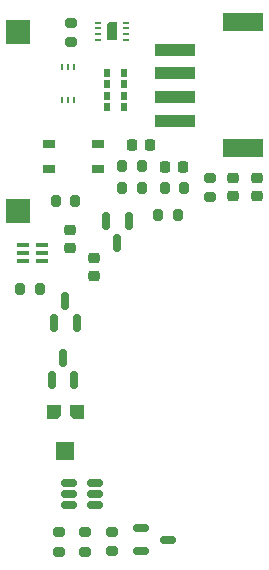
<source format=gtp>
G04 #@! TF.GenerationSoftware,KiCad,Pcbnew,7.0.7*
G04 #@! TF.CreationDate,2024-02-13T08:09:53-05:00*
G04 #@! TF.ProjectId,sensor_node,73656e73-6f72-45f6-9e6f-64652e6b6963,rev?*
G04 #@! TF.SameCoordinates,Original*
G04 #@! TF.FileFunction,Paste,Top*
G04 #@! TF.FilePolarity,Positive*
%FSLAX46Y46*%
G04 Gerber Fmt 4.6, Leading zero omitted, Abs format (unit mm)*
G04 Created by KiCad (PCBNEW 7.0.7) date 2024-02-13 08:09:53*
%MOMM*%
%LPD*%
G01*
G04 APERTURE LIST*
G04 Aperture macros list*
%AMRoundRect*
0 Rectangle with rounded corners*
0 $1 Rounding radius*
0 $2 $3 $4 $5 $6 $7 $8 $9 X,Y pos of 4 corners*
0 Add a 4 corners polygon primitive as box body*
4,1,4,$2,$3,$4,$5,$6,$7,$8,$9,$2,$3,0*
0 Add four circle primitives for the rounded corners*
1,1,$1+$1,$2,$3*
1,1,$1+$1,$4,$5*
1,1,$1+$1,$6,$7*
1,1,$1+$1,$8,$9*
0 Add four rect primitives between the rounded corners*
20,1,$1+$1,$2,$3,$4,$5,0*
20,1,$1+$1,$4,$5,$6,$7,0*
20,1,$1+$1,$6,$7,$8,$9,0*
20,1,$1+$1,$8,$9,$2,$3,0*%
%AMFreePoly0*
4,1,6,0.450000,-0.800000,-0.450000,-0.800000,-0.450000,0.530000,-0.180000,0.800000,0.450000,0.800000,0.450000,-0.800000,0.450000,-0.800000,$1*%
G04 Aperture macros list end*
%ADD10RoundRect,0.150000X0.150000X-0.587500X0.150000X0.587500X-0.150000X0.587500X-0.150000X-0.587500X0*%
%ADD11R,1.600000X1.500000*%
%ADD12RoundRect,0.225000X0.250000X-0.225000X0.250000X0.225000X-0.250000X0.225000X-0.250000X-0.225000X0*%
%ADD13R,0.990000X0.300000*%
%ADD14RoundRect,0.225000X-0.250000X0.225000X-0.250000X-0.225000X0.250000X-0.225000X0.250000X0.225000X0*%
%ADD15RoundRect,0.200000X-0.275000X0.200000X-0.275000X-0.200000X0.275000X-0.200000X0.275000X0.200000X0*%
%ADD16RoundRect,0.150000X-0.512500X-0.150000X0.512500X-0.150000X0.512500X0.150000X-0.512500X0.150000X0*%
%ADD17RoundRect,0.200000X0.275000X-0.200000X0.275000X0.200000X-0.275000X0.200000X-0.275000X-0.200000X0*%
%ADD18RoundRect,0.200000X-0.200000X-0.275000X0.200000X-0.275000X0.200000X0.275000X-0.200000X0.275000X0*%
%ADD19RoundRect,0.200000X0.200000X0.275000X-0.200000X0.275000X-0.200000X-0.275000X0.200000X-0.275000X0*%
%ADD20FreePoly0,0.000000*%
%ADD21R,0.550000X0.250000*%
%ADD22R,0.600000X0.720000*%
%ADD23R,2.000000X2.000000*%
%ADD24RoundRect,0.150000X0.512500X0.150000X-0.512500X0.150000X-0.512500X-0.150000X0.512500X-0.150000X0*%
%ADD25RoundRect,0.150000X-0.150000X0.587500X-0.150000X-0.587500X0.150000X-0.587500X0.150000X0.587500X0*%
%ADD26RoundRect,0.225000X-0.225000X-0.250000X0.225000X-0.250000X0.225000X0.250000X-0.225000X0.250000X0*%
%ADD27R,0.250000X0.550000*%
%ADD28R,1.050000X0.650000*%
%ADD29R,3.500000X1.000000*%
%ADD30R,3.400000X1.500000*%
G04 APERTURE END LIST*
G36*
X140800000Y-95475000D02*
G01*
X139900000Y-95475000D01*
X139600000Y-95175000D01*
X139600000Y-94275000D01*
X140800000Y-94275000D01*
X140800000Y-95475000D01*
G37*
G36*
X138800000Y-95175000D02*
G01*
X138500000Y-95475000D01*
X137600000Y-95475000D01*
X137600000Y-94275000D01*
X138800000Y-94275000D01*
X138800000Y-95175000D01*
G37*
D10*
X138050000Y-92137500D03*
X139950000Y-92137500D03*
X139000000Y-90262500D03*
D11*
X139200000Y-98125000D03*
D12*
X141600000Y-83375000D03*
X141600000Y-81825000D03*
D13*
X137200000Y-82050000D03*
X137200000Y-81400000D03*
X137200000Y-80750000D03*
X135590000Y-80750000D03*
X135590000Y-81400000D03*
X135590000Y-82050000D03*
D14*
X153400000Y-75025000D03*
X153400000Y-76575000D03*
D15*
X138643750Y-105025000D03*
X138643750Y-106675000D03*
D16*
X145600000Y-104700000D03*
X145600000Y-106600000D03*
X147875000Y-105650000D03*
D17*
X143137500Y-106625000D03*
X143137500Y-104975000D03*
D18*
X147075000Y-78200000D03*
X148725000Y-78200000D03*
X144000000Y-75910000D03*
X145650000Y-75910000D03*
D19*
X149250000Y-75910000D03*
X147600000Y-75910000D03*
D20*
X143115000Y-62624500D03*
D21*
X141940000Y-61874500D03*
X141940000Y-62374500D03*
X141940000Y-62874500D03*
X141940000Y-63374500D03*
X144290000Y-63374500D03*
X144290000Y-62874500D03*
X144290000Y-62374500D03*
X144290000Y-61874500D03*
D17*
X151400000Y-76650000D03*
X151400000Y-75000000D03*
D22*
X142715000Y-69040000D03*
X142715000Y-68070000D03*
X142715000Y-67100000D03*
X142715000Y-66130000D03*
X144115000Y-66130000D03*
X144115000Y-67100000D03*
X144115000Y-68070000D03*
X144115000Y-69040000D03*
D23*
X135200000Y-77800000D03*
X135200000Y-62680000D03*
D19*
X137025000Y-84400000D03*
X135375000Y-84400000D03*
D14*
X155400000Y-75000000D03*
X155400000Y-76550000D03*
D24*
X141737500Y-102750000D03*
X141737500Y-101800000D03*
X141737500Y-100850000D03*
X139462500Y-100850000D03*
X139462500Y-101800000D03*
X139462500Y-102750000D03*
D14*
X139600000Y-79450000D03*
X139600000Y-81000000D03*
D15*
X139690000Y-61895000D03*
X139690000Y-63545000D03*
D17*
X140843750Y-106675000D03*
X140843750Y-105025000D03*
D25*
X144550000Y-78662500D03*
X142650000Y-78662500D03*
X143600000Y-80537500D03*
D26*
X146350000Y-72200000D03*
X144800000Y-72200000D03*
D19*
X140025000Y-77000000D03*
X138375000Y-77000000D03*
D27*
X139900000Y-65650000D03*
X139400000Y-65650000D03*
X138900000Y-65650000D03*
X138900000Y-68400000D03*
X139400000Y-68400000D03*
X139900000Y-68400000D03*
D18*
X144015000Y-74030000D03*
X145665000Y-74030000D03*
D28*
X141975000Y-74300000D03*
X137825000Y-74300000D03*
X141975000Y-72150000D03*
X137825000Y-72150000D03*
D29*
X148450000Y-70180000D03*
X148450000Y-68180000D03*
X148450000Y-66180000D03*
X148450000Y-64180000D03*
D30*
X154200000Y-72530000D03*
X154200000Y-61830000D03*
D26*
X147595000Y-74070000D03*
X149145000Y-74070000D03*
D10*
X138240000Y-87287500D03*
X140140000Y-87287500D03*
X139190000Y-85412500D03*
M02*

</source>
